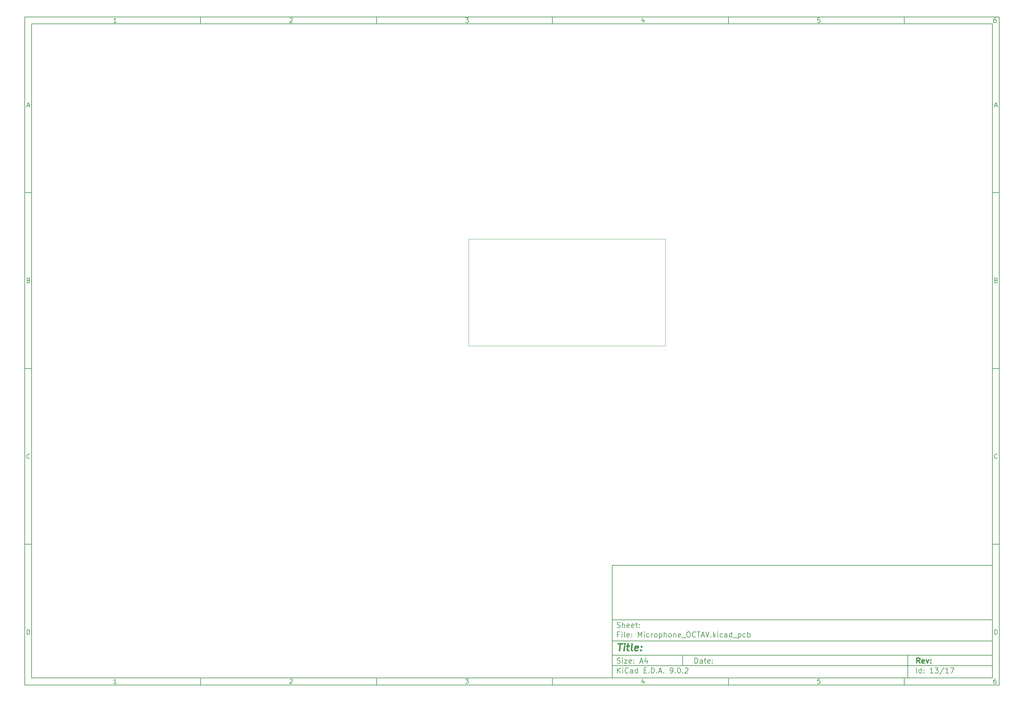
<source format=gbr>
%TF.GenerationSoftware,KiCad,Pcbnew,9.0.2*%
%TF.CreationDate,2025-08-29T05:40:04+02:00*%
%TF.ProjectId,Microphone_OCTAV,4d696372-6f70-4686-9f6e-655f4f435441,rev?*%
%TF.SameCoordinates,Original*%
%TF.FileFunction,Profile,NP*%
%FSLAX46Y46*%
G04 Gerber Fmt 4.6, Leading zero omitted, Abs format (unit mm)*
G04 Created by KiCad (PCBNEW 9.0.2) date 2025-08-29 05:40:04*
%MOMM*%
%LPD*%
G01*
G04 APERTURE LIST*
%ADD10C,0.100000*%
%ADD11C,0.150000*%
%ADD12C,0.300000*%
%ADD13C,0.400000*%
%TA.AperFunction,Profile*%
%ADD14C,0.100000*%
%TD*%
G04 APERTURE END LIST*
D10*
D11*
X177002200Y-166007200D02*
X285002200Y-166007200D01*
X285002200Y-198007200D01*
X177002200Y-198007200D01*
X177002200Y-166007200D01*
D10*
D11*
X10000000Y-10000000D02*
X287002200Y-10000000D01*
X287002200Y-200007200D01*
X10000000Y-200007200D01*
X10000000Y-10000000D01*
D10*
D11*
X12000000Y-12000000D02*
X285002200Y-12000000D01*
X285002200Y-198007200D01*
X12000000Y-198007200D01*
X12000000Y-12000000D01*
D10*
D11*
X60000000Y-12000000D02*
X60000000Y-10000000D01*
D10*
D11*
X110000000Y-12000000D02*
X110000000Y-10000000D01*
D10*
D11*
X160000000Y-12000000D02*
X160000000Y-10000000D01*
D10*
D11*
X210000000Y-12000000D02*
X210000000Y-10000000D01*
D10*
D11*
X260000000Y-12000000D02*
X260000000Y-10000000D01*
D10*
D11*
X36089160Y-11593604D02*
X35346303Y-11593604D01*
X35717731Y-11593604D02*
X35717731Y-10293604D01*
X35717731Y-10293604D02*
X35593922Y-10479319D01*
X35593922Y-10479319D02*
X35470112Y-10603128D01*
X35470112Y-10603128D02*
X35346303Y-10665033D01*
D10*
D11*
X85346303Y-10417414D02*
X85408207Y-10355509D01*
X85408207Y-10355509D02*
X85532017Y-10293604D01*
X85532017Y-10293604D02*
X85841541Y-10293604D01*
X85841541Y-10293604D02*
X85965350Y-10355509D01*
X85965350Y-10355509D02*
X86027255Y-10417414D01*
X86027255Y-10417414D02*
X86089160Y-10541223D01*
X86089160Y-10541223D02*
X86089160Y-10665033D01*
X86089160Y-10665033D02*
X86027255Y-10850747D01*
X86027255Y-10850747D02*
X85284398Y-11593604D01*
X85284398Y-11593604D02*
X86089160Y-11593604D01*
D10*
D11*
X135284398Y-10293604D02*
X136089160Y-10293604D01*
X136089160Y-10293604D02*
X135655826Y-10788842D01*
X135655826Y-10788842D02*
X135841541Y-10788842D01*
X135841541Y-10788842D02*
X135965350Y-10850747D01*
X135965350Y-10850747D02*
X136027255Y-10912652D01*
X136027255Y-10912652D02*
X136089160Y-11036461D01*
X136089160Y-11036461D02*
X136089160Y-11345985D01*
X136089160Y-11345985D02*
X136027255Y-11469795D01*
X136027255Y-11469795D02*
X135965350Y-11531700D01*
X135965350Y-11531700D02*
X135841541Y-11593604D01*
X135841541Y-11593604D02*
X135470112Y-11593604D01*
X135470112Y-11593604D02*
X135346303Y-11531700D01*
X135346303Y-11531700D02*
X135284398Y-11469795D01*
D10*
D11*
X185965350Y-10726938D02*
X185965350Y-11593604D01*
X185655826Y-10231700D02*
X185346303Y-11160271D01*
X185346303Y-11160271D02*
X186151064Y-11160271D01*
D10*
D11*
X236027255Y-10293604D02*
X235408207Y-10293604D01*
X235408207Y-10293604D02*
X235346303Y-10912652D01*
X235346303Y-10912652D02*
X235408207Y-10850747D01*
X235408207Y-10850747D02*
X235532017Y-10788842D01*
X235532017Y-10788842D02*
X235841541Y-10788842D01*
X235841541Y-10788842D02*
X235965350Y-10850747D01*
X235965350Y-10850747D02*
X236027255Y-10912652D01*
X236027255Y-10912652D02*
X236089160Y-11036461D01*
X236089160Y-11036461D02*
X236089160Y-11345985D01*
X236089160Y-11345985D02*
X236027255Y-11469795D01*
X236027255Y-11469795D02*
X235965350Y-11531700D01*
X235965350Y-11531700D02*
X235841541Y-11593604D01*
X235841541Y-11593604D02*
X235532017Y-11593604D01*
X235532017Y-11593604D02*
X235408207Y-11531700D01*
X235408207Y-11531700D02*
X235346303Y-11469795D01*
D10*
D11*
X285965350Y-10293604D02*
X285717731Y-10293604D01*
X285717731Y-10293604D02*
X285593922Y-10355509D01*
X285593922Y-10355509D02*
X285532017Y-10417414D01*
X285532017Y-10417414D02*
X285408207Y-10603128D01*
X285408207Y-10603128D02*
X285346303Y-10850747D01*
X285346303Y-10850747D02*
X285346303Y-11345985D01*
X285346303Y-11345985D02*
X285408207Y-11469795D01*
X285408207Y-11469795D02*
X285470112Y-11531700D01*
X285470112Y-11531700D02*
X285593922Y-11593604D01*
X285593922Y-11593604D02*
X285841541Y-11593604D01*
X285841541Y-11593604D02*
X285965350Y-11531700D01*
X285965350Y-11531700D02*
X286027255Y-11469795D01*
X286027255Y-11469795D02*
X286089160Y-11345985D01*
X286089160Y-11345985D02*
X286089160Y-11036461D01*
X286089160Y-11036461D02*
X286027255Y-10912652D01*
X286027255Y-10912652D02*
X285965350Y-10850747D01*
X285965350Y-10850747D02*
X285841541Y-10788842D01*
X285841541Y-10788842D02*
X285593922Y-10788842D01*
X285593922Y-10788842D02*
X285470112Y-10850747D01*
X285470112Y-10850747D02*
X285408207Y-10912652D01*
X285408207Y-10912652D02*
X285346303Y-11036461D01*
D10*
D11*
X60000000Y-198007200D02*
X60000000Y-200007200D01*
D10*
D11*
X110000000Y-198007200D02*
X110000000Y-200007200D01*
D10*
D11*
X160000000Y-198007200D02*
X160000000Y-200007200D01*
D10*
D11*
X210000000Y-198007200D02*
X210000000Y-200007200D01*
D10*
D11*
X260000000Y-198007200D02*
X260000000Y-200007200D01*
D10*
D11*
X36089160Y-199600804D02*
X35346303Y-199600804D01*
X35717731Y-199600804D02*
X35717731Y-198300804D01*
X35717731Y-198300804D02*
X35593922Y-198486519D01*
X35593922Y-198486519D02*
X35470112Y-198610328D01*
X35470112Y-198610328D02*
X35346303Y-198672233D01*
D10*
D11*
X85346303Y-198424614D02*
X85408207Y-198362709D01*
X85408207Y-198362709D02*
X85532017Y-198300804D01*
X85532017Y-198300804D02*
X85841541Y-198300804D01*
X85841541Y-198300804D02*
X85965350Y-198362709D01*
X85965350Y-198362709D02*
X86027255Y-198424614D01*
X86027255Y-198424614D02*
X86089160Y-198548423D01*
X86089160Y-198548423D02*
X86089160Y-198672233D01*
X86089160Y-198672233D02*
X86027255Y-198857947D01*
X86027255Y-198857947D02*
X85284398Y-199600804D01*
X85284398Y-199600804D02*
X86089160Y-199600804D01*
D10*
D11*
X135284398Y-198300804D02*
X136089160Y-198300804D01*
X136089160Y-198300804D02*
X135655826Y-198796042D01*
X135655826Y-198796042D02*
X135841541Y-198796042D01*
X135841541Y-198796042D02*
X135965350Y-198857947D01*
X135965350Y-198857947D02*
X136027255Y-198919852D01*
X136027255Y-198919852D02*
X136089160Y-199043661D01*
X136089160Y-199043661D02*
X136089160Y-199353185D01*
X136089160Y-199353185D02*
X136027255Y-199476995D01*
X136027255Y-199476995D02*
X135965350Y-199538900D01*
X135965350Y-199538900D02*
X135841541Y-199600804D01*
X135841541Y-199600804D02*
X135470112Y-199600804D01*
X135470112Y-199600804D02*
X135346303Y-199538900D01*
X135346303Y-199538900D02*
X135284398Y-199476995D01*
D10*
D11*
X185965350Y-198734138D02*
X185965350Y-199600804D01*
X185655826Y-198238900D02*
X185346303Y-199167471D01*
X185346303Y-199167471D02*
X186151064Y-199167471D01*
D10*
D11*
X236027255Y-198300804D02*
X235408207Y-198300804D01*
X235408207Y-198300804D02*
X235346303Y-198919852D01*
X235346303Y-198919852D02*
X235408207Y-198857947D01*
X235408207Y-198857947D02*
X235532017Y-198796042D01*
X235532017Y-198796042D02*
X235841541Y-198796042D01*
X235841541Y-198796042D02*
X235965350Y-198857947D01*
X235965350Y-198857947D02*
X236027255Y-198919852D01*
X236027255Y-198919852D02*
X236089160Y-199043661D01*
X236089160Y-199043661D02*
X236089160Y-199353185D01*
X236089160Y-199353185D02*
X236027255Y-199476995D01*
X236027255Y-199476995D02*
X235965350Y-199538900D01*
X235965350Y-199538900D02*
X235841541Y-199600804D01*
X235841541Y-199600804D02*
X235532017Y-199600804D01*
X235532017Y-199600804D02*
X235408207Y-199538900D01*
X235408207Y-199538900D02*
X235346303Y-199476995D01*
D10*
D11*
X285965350Y-198300804D02*
X285717731Y-198300804D01*
X285717731Y-198300804D02*
X285593922Y-198362709D01*
X285593922Y-198362709D02*
X285532017Y-198424614D01*
X285532017Y-198424614D02*
X285408207Y-198610328D01*
X285408207Y-198610328D02*
X285346303Y-198857947D01*
X285346303Y-198857947D02*
X285346303Y-199353185D01*
X285346303Y-199353185D02*
X285408207Y-199476995D01*
X285408207Y-199476995D02*
X285470112Y-199538900D01*
X285470112Y-199538900D02*
X285593922Y-199600804D01*
X285593922Y-199600804D02*
X285841541Y-199600804D01*
X285841541Y-199600804D02*
X285965350Y-199538900D01*
X285965350Y-199538900D02*
X286027255Y-199476995D01*
X286027255Y-199476995D02*
X286089160Y-199353185D01*
X286089160Y-199353185D02*
X286089160Y-199043661D01*
X286089160Y-199043661D02*
X286027255Y-198919852D01*
X286027255Y-198919852D02*
X285965350Y-198857947D01*
X285965350Y-198857947D02*
X285841541Y-198796042D01*
X285841541Y-198796042D02*
X285593922Y-198796042D01*
X285593922Y-198796042D02*
X285470112Y-198857947D01*
X285470112Y-198857947D02*
X285408207Y-198919852D01*
X285408207Y-198919852D02*
X285346303Y-199043661D01*
D10*
D11*
X10000000Y-60000000D02*
X12000000Y-60000000D01*
D10*
D11*
X10000000Y-110000000D02*
X12000000Y-110000000D01*
D10*
D11*
X10000000Y-160000000D02*
X12000000Y-160000000D01*
D10*
D11*
X10690476Y-35222176D02*
X11309523Y-35222176D01*
X10566666Y-35593604D02*
X10999999Y-34293604D01*
X10999999Y-34293604D02*
X11433333Y-35593604D01*
D10*
D11*
X11092857Y-84912652D02*
X11278571Y-84974557D01*
X11278571Y-84974557D02*
X11340476Y-85036461D01*
X11340476Y-85036461D02*
X11402380Y-85160271D01*
X11402380Y-85160271D02*
X11402380Y-85345985D01*
X11402380Y-85345985D02*
X11340476Y-85469795D01*
X11340476Y-85469795D02*
X11278571Y-85531700D01*
X11278571Y-85531700D02*
X11154761Y-85593604D01*
X11154761Y-85593604D02*
X10659523Y-85593604D01*
X10659523Y-85593604D02*
X10659523Y-84293604D01*
X10659523Y-84293604D02*
X11092857Y-84293604D01*
X11092857Y-84293604D02*
X11216666Y-84355509D01*
X11216666Y-84355509D02*
X11278571Y-84417414D01*
X11278571Y-84417414D02*
X11340476Y-84541223D01*
X11340476Y-84541223D02*
X11340476Y-84665033D01*
X11340476Y-84665033D02*
X11278571Y-84788842D01*
X11278571Y-84788842D02*
X11216666Y-84850747D01*
X11216666Y-84850747D02*
X11092857Y-84912652D01*
X11092857Y-84912652D02*
X10659523Y-84912652D01*
D10*
D11*
X11402380Y-135469795D02*
X11340476Y-135531700D01*
X11340476Y-135531700D02*
X11154761Y-135593604D01*
X11154761Y-135593604D02*
X11030952Y-135593604D01*
X11030952Y-135593604D02*
X10845238Y-135531700D01*
X10845238Y-135531700D02*
X10721428Y-135407890D01*
X10721428Y-135407890D02*
X10659523Y-135284080D01*
X10659523Y-135284080D02*
X10597619Y-135036461D01*
X10597619Y-135036461D02*
X10597619Y-134850747D01*
X10597619Y-134850747D02*
X10659523Y-134603128D01*
X10659523Y-134603128D02*
X10721428Y-134479319D01*
X10721428Y-134479319D02*
X10845238Y-134355509D01*
X10845238Y-134355509D02*
X11030952Y-134293604D01*
X11030952Y-134293604D02*
X11154761Y-134293604D01*
X11154761Y-134293604D02*
X11340476Y-134355509D01*
X11340476Y-134355509D02*
X11402380Y-134417414D01*
D10*
D11*
X10659523Y-185593604D02*
X10659523Y-184293604D01*
X10659523Y-184293604D02*
X10969047Y-184293604D01*
X10969047Y-184293604D02*
X11154761Y-184355509D01*
X11154761Y-184355509D02*
X11278571Y-184479319D01*
X11278571Y-184479319D02*
X11340476Y-184603128D01*
X11340476Y-184603128D02*
X11402380Y-184850747D01*
X11402380Y-184850747D02*
X11402380Y-185036461D01*
X11402380Y-185036461D02*
X11340476Y-185284080D01*
X11340476Y-185284080D02*
X11278571Y-185407890D01*
X11278571Y-185407890D02*
X11154761Y-185531700D01*
X11154761Y-185531700D02*
X10969047Y-185593604D01*
X10969047Y-185593604D02*
X10659523Y-185593604D01*
D10*
D11*
X287002200Y-60000000D02*
X285002200Y-60000000D01*
D10*
D11*
X287002200Y-110000000D02*
X285002200Y-110000000D01*
D10*
D11*
X287002200Y-160000000D02*
X285002200Y-160000000D01*
D10*
D11*
X285692676Y-35222176D02*
X286311723Y-35222176D01*
X285568866Y-35593604D02*
X286002199Y-34293604D01*
X286002199Y-34293604D02*
X286435533Y-35593604D01*
D10*
D11*
X286095057Y-84912652D02*
X286280771Y-84974557D01*
X286280771Y-84974557D02*
X286342676Y-85036461D01*
X286342676Y-85036461D02*
X286404580Y-85160271D01*
X286404580Y-85160271D02*
X286404580Y-85345985D01*
X286404580Y-85345985D02*
X286342676Y-85469795D01*
X286342676Y-85469795D02*
X286280771Y-85531700D01*
X286280771Y-85531700D02*
X286156961Y-85593604D01*
X286156961Y-85593604D02*
X285661723Y-85593604D01*
X285661723Y-85593604D02*
X285661723Y-84293604D01*
X285661723Y-84293604D02*
X286095057Y-84293604D01*
X286095057Y-84293604D02*
X286218866Y-84355509D01*
X286218866Y-84355509D02*
X286280771Y-84417414D01*
X286280771Y-84417414D02*
X286342676Y-84541223D01*
X286342676Y-84541223D02*
X286342676Y-84665033D01*
X286342676Y-84665033D02*
X286280771Y-84788842D01*
X286280771Y-84788842D02*
X286218866Y-84850747D01*
X286218866Y-84850747D02*
X286095057Y-84912652D01*
X286095057Y-84912652D02*
X285661723Y-84912652D01*
D10*
D11*
X286404580Y-135469795D02*
X286342676Y-135531700D01*
X286342676Y-135531700D02*
X286156961Y-135593604D01*
X286156961Y-135593604D02*
X286033152Y-135593604D01*
X286033152Y-135593604D02*
X285847438Y-135531700D01*
X285847438Y-135531700D02*
X285723628Y-135407890D01*
X285723628Y-135407890D02*
X285661723Y-135284080D01*
X285661723Y-135284080D02*
X285599819Y-135036461D01*
X285599819Y-135036461D02*
X285599819Y-134850747D01*
X285599819Y-134850747D02*
X285661723Y-134603128D01*
X285661723Y-134603128D02*
X285723628Y-134479319D01*
X285723628Y-134479319D02*
X285847438Y-134355509D01*
X285847438Y-134355509D02*
X286033152Y-134293604D01*
X286033152Y-134293604D02*
X286156961Y-134293604D01*
X286156961Y-134293604D02*
X286342676Y-134355509D01*
X286342676Y-134355509D02*
X286404580Y-134417414D01*
D10*
D11*
X285661723Y-185593604D02*
X285661723Y-184293604D01*
X285661723Y-184293604D02*
X285971247Y-184293604D01*
X285971247Y-184293604D02*
X286156961Y-184355509D01*
X286156961Y-184355509D02*
X286280771Y-184479319D01*
X286280771Y-184479319D02*
X286342676Y-184603128D01*
X286342676Y-184603128D02*
X286404580Y-184850747D01*
X286404580Y-184850747D02*
X286404580Y-185036461D01*
X286404580Y-185036461D02*
X286342676Y-185284080D01*
X286342676Y-185284080D02*
X286280771Y-185407890D01*
X286280771Y-185407890D02*
X286156961Y-185531700D01*
X286156961Y-185531700D02*
X285971247Y-185593604D01*
X285971247Y-185593604D02*
X285661723Y-185593604D01*
D10*
D11*
X200458026Y-193793328D02*
X200458026Y-192293328D01*
X200458026Y-192293328D02*
X200815169Y-192293328D01*
X200815169Y-192293328D02*
X201029455Y-192364757D01*
X201029455Y-192364757D02*
X201172312Y-192507614D01*
X201172312Y-192507614D02*
X201243741Y-192650471D01*
X201243741Y-192650471D02*
X201315169Y-192936185D01*
X201315169Y-192936185D02*
X201315169Y-193150471D01*
X201315169Y-193150471D02*
X201243741Y-193436185D01*
X201243741Y-193436185D02*
X201172312Y-193579042D01*
X201172312Y-193579042D02*
X201029455Y-193721900D01*
X201029455Y-193721900D02*
X200815169Y-193793328D01*
X200815169Y-193793328D02*
X200458026Y-193793328D01*
X202600884Y-193793328D02*
X202600884Y-193007614D01*
X202600884Y-193007614D02*
X202529455Y-192864757D01*
X202529455Y-192864757D02*
X202386598Y-192793328D01*
X202386598Y-192793328D02*
X202100884Y-192793328D01*
X202100884Y-192793328D02*
X201958026Y-192864757D01*
X202600884Y-193721900D02*
X202458026Y-193793328D01*
X202458026Y-193793328D02*
X202100884Y-193793328D01*
X202100884Y-193793328D02*
X201958026Y-193721900D01*
X201958026Y-193721900D02*
X201886598Y-193579042D01*
X201886598Y-193579042D02*
X201886598Y-193436185D01*
X201886598Y-193436185D02*
X201958026Y-193293328D01*
X201958026Y-193293328D02*
X202100884Y-193221900D01*
X202100884Y-193221900D02*
X202458026Y-193221900D01*
X202458026Y-193221900D02*
X202600884Y-193150471D01*
X203100884Y-192793328D02*
X203672312Y-192793328D01*
X203315169Y-192293328D02*
X203315169Y-193579042D01*
X203315169Y-193579042D02*
X203386598Y-193721900D01*
X203386598Y-193721900D02*
X203529455Y-193793328D01*
X203529455Y-193793328D02*
X203672312Y-193793328D01*
X204743741Y-193721900D02*
X204600884Y-193793328D01*
X204600884Y-193793328D02*
X204315170Y-193793328D01*
X204315170Y-193793328D02*
X204172312Y-193721900D01*
X204172312Y-193721900D02*
X204100884Y-193579042D01*
X204100884Y-193579042D02*
X204100884Y-193007614D01*
X204100884Y-193007614D02*
X204172312Y-192864757D01*
X204172312Y-192864757D02*
X204315170Y-192793328D01*
X204315170Y-192793328D02*
X204600884Y-192793328D01*
X204600884Y-192793328D02*
X204743741Y-192864757D01*
X204743741Y-192864757D02*
X204815170Y-193007614D01*
X204815170Y-193007614D02*
X204815170Y-193150471D01*
X204815170Y-193150471D02*
X204100884Y-193293328D01*
X205458026Y-193650471D02*
X205529455Y-193721900D01*
X205529455Y-193721900D02*
X205458026Y-193793328D01*
X205458026Y-193793328D02*
X205386598Y-193721900D01*
X205386598Y-193721900D02*
X205458026Y-193650471D01*
X205458026Y-193650471D02*
X205458026Y-193793328D01*
X205458026Y-192864757D02*
X205529455Y-192936185D01*
X205529455Y-192936185D02*
X205458026Y-193007614D01*
X205458026Y-193007614D02*
X205386598Y-192936185D01*
X205386598Y-192936185D02*
X205458026Y-192864757D01*
X205458026Y-192864757D02*
X205458026Y-193007614D01*
D10*
D11*
X177002200Y-194507200D02*
X285002200Y-194507200D01*
D10*
D11*
X178458026Y-196593328D02*
X178458026Y-195093328D01*
X179315169Y-196593328D02*
X178672312Y-195736185D01*
X179315169Y-195093328D02*
X178458026Y-195950471D01*
X179958026Y-196593328D02*
X179958026Y-195593328D01*
X179958026Y-195093328D02*
X179886598Y-195164757D01*
X179886598Y-195164757D02*
X179958026Y-195236185D01*
X179958026Y-195236185D02*
X180029455Y-195164757D01*
X180029455Y-195164757D02*
X179958026Y-195093328D01*
X179958026Y-195093328D02*
X179958026Y-195236185D01*
X181529455Y-196450471D02*
X181458027Y-196521900D01*
X181458027Y-196521900D02*
X181243741Y-196593328D01*
X181243741Y-196593328D02*
X181100884Y-196593328D01*
X181100884Y-196593328D02*
X180886598Y-196521900D01*
X180886598Y-196521900D02*
X180743741Y-196379042D01*
X180743741Y-196379042D02*
X180672312Y-196236185D01*
X180672312Y-196236185D02*
X180600884Y-195950471D01*
X180600884Y-195950471D02*
X180600884Y-195736185D01*
X180600884Y-195736185D02*
X180672312Y-195450471D01*
X180672312Y-195450471D02*
X180743741Y-195307614D01*
X180743741Y-195307614D02*
X180886598Y-195164757D01*
X180886598Y-195164757D02*
X181100884Y-195093328D01*
X181100884Y-195093328D02*
X181243741Y-195093328D01*
X181243741Y-195093328D02*
X181458027Y-195164757D01*
X181458027Y-195164757D02*
X181529455Y-195236185D01*
X182815170Y-196593328D02*
X182815170Y-195807614D01*
X182815170Y-195807614D02*
X182743741Y-195664757D01*
X182743741Y-195664757D02*
X182600884Y-195593328D01*
X182600884Y-195593328D02*
X182315170Y-195593328D01*
X182315170Y-195593328D02*
X182172312Y-195664757D01*
X182815170Y-196521900D02*
X182672312Y-196593328D01*
X182672312Y-196593328D02*
X182315170Y-196593328D01*
X182315170Y-196593328D02*
X182172312Y-196521900D01*
X182172312Y-196521900D02*
X182100884Y-196379042D01*
X182100884Y-196379042D02*
X182100884Y-196236185D01*
X182100884Y-196236185D02*
X182172312Y-196093328D01*
X182172312Y-196093328D02*
X182315170Y-196021900D01*
X182315170Y-196021900D02*
X182672312Y-196021900D01*
X182672312Y-196021900D02*
X182815170Y-195950471D01*
X184172313Y-196593328D02*
X184172313Y-195093328D01*
X184172313Y-196521900D02*
X184029455Y-196593328D01*
X184029455Y-196593328D02*
X183743741Y-196593328D01*
X183743741Y-196593328D02*
X183600884Y-196521900D01*
X183600884Y-196521900D02*
X183529455Y-196450471D01*
X183529455Y-196450471D02*
X183458027Y-196307614D01*
X183458027Y-196307614D02*
X183458027Y-195879042D01*
X183458027Y-195879042D02*
X183529455Y-195736185D01*
X183529455Y-195736185D02*
X183600884Y-195664757D01*
X183600884Y-195664757D02*
X183743741Y-195593328D01*
X183743741Y-195593328D02*
X184029455Y-195593328D01*
X184029455Y-195593328D02*
X184172313Y-195664757D01*
X186029455Y-195807614D02*
X186529455Y-195807614D01*
X186743741Y-196593328D02*
X186029455Y-196593328D01*
X186029455Y-196593328D02*
X186029455Y-195093328D01*
X186029455Y-195093328D02*
X186743741Y-195093328D01*
X187386598Y-196450471D02*
X187458027Y-196521900D01*
X187458027Y-196521900D02*
X187386598Y-196593328D01*
X187386598Y-196593328D02*
X187315170Y-196521900D01*
X187315170Y-196521900D02*
X187386598Y-196450471D01*
X187386598Y-196450471D02*
X187386598Y-196593328D01*
X188100884Y-196593328D02*
X188100884Y-195093328D01*
X188100884Y-195093328D02*
X188458027Y-195093328D01*
X188458027Y-195093328D02*
X188672313Y-195164757D01*
X188672313Y-195164757D02*
X188815170Y-195307614D01*
X188815170Y-195307614D02*
X188886599Y-195450471D01*
X188886599Y-195450471D02*
X188958027Y-195736185D01*
X188958027Y-195736185D02*
X188958027Y-195950471D01*
X188958027Y-195950471D02*
X188886599Y-196236185D01*
X188886599Y-196236185D02*
X188815170Y-196379042D01*
X188815170Y-196379042D02*
X188672313Y-196521900D01*
X188672313Y-196521900D02*
X188458027Y-196593328D01*
X188458027Y-196593328D02*
X188100884Y-196593328D01*
X189600884Y-196450471D02*
X189672313Y-196521900D01*
X189672313Y-196521900D02*
X189600884Y-196593328D01*
X189600884Y-196593328D02*
X189529456Y-196521900D01*
X189529456Y-196521900D02*
X189600884Y-196450471D01*
X189600884Y-196450471D02*
X189600884Y-196593328D01*
X190243742Y-196164757D02*
X190958028Y-196164757D01*
X190100885Y-196593328D02*
X190600885Y-195093328D01*
X190600885Y-195093328D02*
X191100885Y-196593328D01*
X191600884Y-196450471D02*
X191672313Y-196521900D01*
X191672313Y-196521900D02*
X191600884Y-196593328D01*
X191600884Y-196593328D02*
X191529456Y-196521900D01*
X191529456Y-196521900D02*
X191600884Y-196450471D01*
X191600884Y-196450471D02*
X191600884Y-196593328D01*
X193529456Y-196593328D02*
X193815170Y-196593328D01*
X193815170Y-196593328D02*
X193958027Y-196521900D01*
X193958027Y-196521900D02*
X194029456Y-196450471D01*
X194029456Y-196450471D02*
X194172313Y-196236185D01*
X194172313Y-196236185D02*
X194243742Y-195950471D01*
X194243742Y-195950471D02*
X194243742Y-195379042D01*
X194243742Y-195379042D02*
X194172313Y-195236185D01*
X194172313Y-195236185D02*
X194100885Y-195164757D01*
X194100885Y-195164757D02*
X193958027Y-195093328D01*
X193958027Y-195093328D02*
X193672313Y-195093328D01*
X193672313Y-195093328D02*
X193529456Y-195164757D01*
X193529456Y-195164757D02*
X193458027Y-195236185D01*
X193458027Y-195236185D02*
X193386599Y-195379042D01*
X193386599Y-195379042D02*
X193386599Y-195736185D01*
X193386599Y-195736185D02*
X193458027Y-195879042D01*
X193458027Y-195879042D02*
X193529456Y-195950471D01*
X193529456Y-195950471D02*
X193672313Y-196021900D01*
X193672313Y-196021900D02*
X193958027Y-196021900D01*
X193958027Y-196021900D02*
X194100885Y-195950471D01*
X194100885Y-195950471D02*
X194172313Y-195879042D01*
X194172313Y-195879042D02*
X194243742Y-195736185D01*
X194886598Y-196450471D02*
X194958027Y-196521900D01*
X194958027Y-196521900D02*
X194886598Y-196593328D01*
X194886598Y-196593328D02*
X194815170Y-196521900D01*
X194815170Y-196521900D02*
X194886598Y-196450471D01*
X194886598Y-196450471D02*
X194886598Y-196593328D01*
X195886599Y-195093328D02*
X196029456Y-195093328D01*
X196029456Y-195093328D02*
X196172313Y-195164757D01*
X196172313Y-195164757D02*
X196243742Y-195236185D01*
X196243742Y-195236185D02*
X196315170Y-195379042D01*
X196315170Y-195379042D02*
X196386599Y-195664757D01*
X196386599Y-195664757D02*
X196386599Y-196021900D01*
X196386599Y-196021900D02*
X196315170Y-196307614D01*
X196315170Y-196307614D02*
X196243742Y-196450471D01*
X196243742Y-196450471D02*
X196172313Y-196521900D01*
X196172313Y-196521900D02*
X196029456Y-196593328D01*
X196029456Y-196593328D02*
X195886599Y-196593328D01*
X195886599Y-196593328D02*
X195743742Y-196521900D01*
X195743742Y-196521900D02*
X195672313Y-196450471D01*
X195672313Y-196450471D02*
X195600884Y-196307614D01*
X195600884Y-196307614D02*
X195529456Y-196021900D01*
X195529456Y-196021900D02*
X195529456Y-195664757D01*
X195529456Y-195664757D02*
X195600884Y-195379042D01*
X195600884Y-195379042D02*
X195672313Y-195236185D01*
X195672313Y-195236185D02*
X195743742Y-195164757D01*
X195743742Y-195164757D02*
X195886599Y-195093328D01*
X197029455Y-196450471D02*
X197100884Y-196521900D01*
X197100884Y-196521900D02*
X197029455Y-196593328D01*
X197029455Y-196593328D02*
X196958027Y-196521900D01*
X196958027Y-196521900D02*
X197029455Y-196450471D01*
X197029455Y-196450471D02*
X197029455Y-196593328D01*
X197672313Y-195236185D02*
X197743741Y-195164757D01*
X197743741Y-195164757D02*
X197886599Y-195093328D01*
X197886599Y-195093328D02*
X198243741Y-195093328D01*
X198243741Y-195093328D02*
X198386599Y-195164757D01*
X198386599Y-195164757D02*
X198458027Y-195236185D01*
X198458027Y-195236185D02*
X198529456Y-195379042D01*
X198529456Y-195379042D02*
X198529456Y-195521900D01*
X198529456Y-195521900D02*
X198458027Y-195736185D01*
X198458027Y-195736185D02*
X197600884Y-196593328D01*
X197600884Y-196593328D02*
X198529456Y-196593328D01*
D10*
D11*
X177002200Y-191507200D02*
X285002200Y-191507200D01*
D10*
D12*
X264413853Y-193785528D02*
X263913853Y-193071242D01*
X263556710Y-193785528D02*
X263556710Y-192285528D01*
X263556710Y-192285528D02*
X264128139Y-192285528D01*
X264128139Y-192285528D02*
X264270996Y-192356957D01*
X264270996Y-192356957D02*
X264342425Y-192428385D01*
X264342425Y-192428385D02*
X264413853Y-192571242D01*
X264413853Y-192571242D02*
X264413853Y-192785528D01*
X264413853Y-192785528D02*
X264342425Y-192928385D01*
X264342425Y-192928385D02*
X264270996Y-192999814D01*
X264270996Y-192999814D02*
X264128139Y-193071242D01*
X264128139Y-193071242D02*
X263556710Y-193071242D01*
X265628139Y-193714100D02*
X265485282Y-193785528D01*
X265485282Y-193785528D02*
X265199568Y-193785528D01*
X265199568Y-193785528D02*
X265056710Y-193714100D01*
X265056710Y-193714100D02*
X264985282Y-193571242D01*
X264985282Y-193571242D02*
X264985282Y-192999814D01*
X264985282Y-192999814D02*
X265056710Y-192856957D01*
X265056710Y-192856957D02*
X265199568Y-192785528D01*
X265199568Y-192785528D02*
X265485282Y-192785528D01*
X265485282Y-192785528D02*
X265628139Y-192856957D01*
X265628139Y-192856957D02*
X265699568Y-192999814D01*
X265699568Y-192999814D02*
X265699568Y-193142671D01*
X265699568Y-193142671D02*
X264985282Y-193285528D01*
X266199567Y-192785528D02*
X266556710Y-193785528D01*
X266556710Y-193785528D02*
X266913853Y-192785528D01*
X267485281Y-193642671D02*
X267556710Y-193714100D01*
X267556710Y-193714100D02*
X267485281Y-193785528D01*
X267485281Y-193785528D02*
X267413853Y-193714100D01*
X267413853Y-193714100D02*
X267485281Y-193642671D01*
X267485281Y-193642671D02*
X267485281Y-193785528D01*
X267485281Y-192856957D02*
X267556710Y-192928385D01*
X267556710Y-192928385D02*
X267485281Y-192999814D01*
X267485281Y-192999814D02*
X267413853Y-192928385D01*
X267413853Y-192928385D02*
X267485281Y-192856957D01*
X267485281Y-192856957D02*
X267485281Y-192999814D01*
D10*
D11*
X178386598Y-193721900D02*
X178600884Y-193793328D01*
X178600884Y-193793328D02*
X178958026Y-193793328D01*
X178958026Y-193793328D02*
X179100884Y-193721900D01*
X179100884Y-193721900D02*
X179172312Y-193650471D01*
X179172312Y-193650471D02*
X179243741Y-193507614D01*
X179243741Y-193507614D02*
X179243741Y-193364757D01*
X179243741Y-193364757D02*
X179172312Y-193221900D01*
X179172312Y-193221900D02*
X179100884Y-193150471D01*
X179100884Y-193150471D02*
X178958026Y-193079042D01*
X178958026Y-193079042D02*
X178672312Y-193007614D01*
X178672312Y-193007614D02*
X178529455Y-192936185D01*
X178529455Y-192936185D02*
X178458026Y-192864757D01*
X178458026Y-192864757D02*
X178386598Y-192721900D01*
X178386598Y-192721900D02*
X178386598Y-192579042D01*
X178386598Y-192579042D02*
X178458026Y-192436185D01*
X178458026Y-192436185D02*
X178529455Y-192364757D01*
X178529455Y-192364757D02*
X178672312Y-192293328D01*
X178672312Y-192293328D02*
X179029455Y-192293328D01*
X179029455Y-192293328D02*
X179243741Y-192364757D01*
X179886597Y-193793328D02*
X179886597Y-192793328D01*
X179886597Y-192293328D02*
X179815169Y-192364757D01*
X179815169Y-192364757D02*
X179886597Y-192436185D01*
X179886597Y-192436185D02*
X179958026Y-192364757D01*
X179958026Y-192364757D02*
X179886597Y-192293328D01*
X179886597Y-192293328D02*
X179886597Y-192436185D01*
X180458026Y-192793328D02*
X181243741Y-192793328D01*
X181243741Y-192793328D02*
X180458026Y-193793328D01*
X180458026Y-193793328D02*
X181243741Y-193793328D01*
X182386598Y-193721900D02*
X182243741Y-193793328D01*
X182243741Y-193793328D02*
X181958027Y-193793328D01*
X181958027Y-193793328D02*
X181815169Y-193721900D01*
X181815169Y-193721900D02*
X181743741Y-193579042D01*
X181743741Y-193579042D02*
X181743741Y-193007614D01*
X181743741Y-193007614D02*
X181815169Y-192864757D01*
X181815169Y-192864757D02*
X181958027Y-192793328D01*
X181958027Y-192793328D02*
X182243741Y-192793328D01*
X182243741Y-192793328D02*
X182386598Y-192864757D01*
X182386598Y-192864757D02*
X182458027Y-193007614D01*
X182458027Y-193007614D02*
X182458027Y-193150471D01*
X182458027Y-193150471D02*
X181743741Y-193293328D01*
X183100883Y-193650471D02*
X183172312Y-193721900D01*
X183172312Y-193721900D02*
X183100883Y-193793328D01*
X183100883Y-193793328D02*
X183029455Y-193721900D01*
X183029455Y-193721900D02*
X183100883Y-193650471D01*
X183100883Y-193650471D02*
X183100883Y-193793328D01*
X183100883Y-192864757D02*
X183172312Y-192936185D01*
X183172312Y-192936185D02*
X183100883Y-193007614D01*
X183100883Y-193007614D02*
X183029455Y-192936185D01*
X183029455Y-192936185D02*
X183100883Y-192864757D01*
X183100883Y-192864757D02*
X183100883Y-193007614D01*
X184886598Y-193364757D02*
X185600884Y-193364757D01*
X184743741Y-193793328D02*
X185243741Y-192293328D01*
X185243741Y-192293328D02*
X185743741Y-193793328D01*
X186886598Y-192793328D02*
X186886598Y-193793328D01*
X186529455Y-192221900D02*
X186172312Y-193293328D01*
X186172312Y-193293328D02*
X187100883Y-193293328D01*
D10*
D11*
X263458026Y-196593328D02*
X263458026Y-195093328D01*
X264815170Y-196593328D02*
X264815170Y-195093328D01*
X264815170Y-196521900D02*
X264672312Y-196593328D01*
X264672312Y-196593328D02*
X264386598Y-196593328D01*
X264386598Y-196593328D02*
X264243741Y-196521900D01*
X264243741Y-196521900D02*
X264172312Y-196450471D01*
X264172312Y-196450471D02*
X264100884Y-196307614D01*
X264100884Y-196307614D02*
X264100884Y-195879042D01*
X264100884Y-195879042D02*
X264172312Y-195736185D01*
X264172312Y-195736185D02*
X264243741Y-195664757D01*
X264243741Y-195664757D02*
X264386598Y-195593328D01*
X264386598Y-195593328D02*
X264672312Y-195593328D01*
X264672312Y-195593328D02*
X264815170Y-195664757D01*
X265529455Y-196450471D02*
X265600884Y-196521900D01*
X265600884Y-196521900D02*
X265529455Y-196593328D01*
X265529455Y-196593328D02*
X265458027Y-196521900D01*
X265458027Y-196521900D02*
X265529455Y-196450471D01*
X265529455Y-196450471D02*
X265529455Y-196593328D01*
X265529455Y-195664757D02*
X265600884Y-195736185D01*
X265600884Y-195736185D02*
X265529455Y-195807614D01*
X265529455Y-195807614D02*
X265458027Y-195736185D01*
X265458027Y-195736185D02*
X265529455Y-195664757D01*
X265529455Y-195664757D02*
X265529455Y-195807614D01*
X268172313Y-196593328D02*
X267315170Y-196593328D01*
X267743741Y-196593328D02*
X267743741Y-195093328D01*
X267743741Y-195093328D02*
X267600884Y-195307614D01*
X267600884Y-195307614D02*
X267458027Y-195450471D01*
X267458027Y-195450471D02*
X267315170Y-195521900D01*
X268672312Y-195093328D02*
X269600884Y-195093328D01*
X269600884Y-195093328D02*
X269100884Y-195664757D01*
X269100884Y-195664757D02*
X269315169Y-195664757D01*
X269315169Y-195664757D02*
X269458027Y-195736185D01*
X269458027Y-195736185D02*
X269529455Y-195807614D01*
X269529455Y-195807614D02*
X269600884Y-195950471D01*
X269600884Y-195950471D02*
X269600884Y-196307614D01*
X269600884Y-196307614D02*
X269529455Y-196450471D01*
X269529455Y-196450471D02*
X269458027Y-196521900D01*
X269458027Y-196521900D02*
X269315169Y-196593328D01*
X269315169Y-196593328D02*
X268886598Y-196593328D01*
X268886598Y-196593328D02*
X268743741Y-196521900D01*
X268743741Y-196521900D02*
X268672312Y-196450471D01*
X271315169Y-195021900D02*
X270029455Y-196950471D01*
X272600884Y-196593328D02*
X271743741Y-196593328D01*
X272172312Y-196593328D02*
X272172312Y-195093328D01*
X272172312Y-195093328D02*
X272029455Y-195307614D01*
X272029455Y-195307614D02*
X271886598Y-195450471D01*
X271886598Y-195450471D02*
X271743741Y-195521900D01*
X273100883Y-195093328D02*
X274100883Y-195093328D01*
X274100883Y-195093328D02*
X273458026Y-196593328D01*
D10*
D11*
X177002200Y-187507200D02*
X285002200Y-187507200D01*
D10*
D13*
X178693928Y-188211638D02*
X179836785Y-188211638D01*
X179015357Y-190211638D02*
X179265357Y-188211638D01*
X180253452Y-190211638D02*
X180420119Y-188878304D01*
X180503452Y-188211638D02*
X180396309Y-188306876D01*
X180396309Y-188306876D02*
X180479643Y-188402114D01*
X180479643Y-188402114D02*
X180586786Y-188306876D01*
X180586786Y-188306876D02*
X180503452Y-188211638D01*
X180503452Y-188211638D02*
X180479643Y-188402114D01*
X181086786Y-188878304D02*
X181848690Y-188878304D01*
X181455833Y-188211638D02*
X181241548Y-189925923D01*
X181241548Y-189925923D02*
X181312976Y-190116400D01*
X181312976Y-190116400D02*
X181491548Y-190211638D01*
X181491548Y-190211638D02*
X181682024Y-190211638D01*
X182634405Y-190211638D02*
X182455833Y-190116400D01*
X182455833Y-190116400D02*
X182384405Y-189925923D01*
X182384405Y-189925923D02*
X182598690Y-188211638D01*
X184170119Y-190116400D02*
X183967738Y-190211638D01*
X183967738Y-190211638D02*
X183586785Y-190211638D01*
X183586785Y-190211638D02*
X183408214Y-190116400D01*
X183408214Y-190116400D02*
X183336785Y-189925923D01*
X183336785Y-189925923D02*
X183432024Y-189164019D01*
X183432024Y-189164019D02*
X183551071Y-188973542D01*
X183551071Y-188973542D02*
X183753452Y-188878304D01*
X183753452Y-188878304D02*
X184134404Y-188878304D01*
X184134404Y-188878304D02*
X184312976Y-188973542D01*
X184312976Y-188973542D02*
X184384404Y-189164019D01*
X184384404Y-189164019D02*
X184360595Y-189354495D01*
X184360595Y-189354495D02*
X183384404Y-189544971D01*
X185134405Y-190021161D02*
X185217738Y-190116400D01*
X185217738Y-190116400D02*
X185110595Y-190211638D01*
X185110595Y-190211638D02*
X185027262Y-190116400D01*
X185027262Y-190116400D02*
X185134405Y-190021161D01*
X185134405Y-190021161D02*
X185110595Y-190211638D01*
X185265357Y-188973542D02*
X185348690Y-189068780D01*
X185348690Y-189068780D02*
X185241548Y-189164019D01*
X185241548Y-189164019D02*
X185158214Y-189068780D01*
X185158214Y-189068780D02*
X185265357Y-188973542D01*
X185265357Y-188973542D02*
X185241548Y-189164019D01*
D10*
D11*
X178958026Y-185607614D02*
X178458026Y-185607614D01*
X178458026Y-186393328D02*
X178458026Y-184893328D01*
X178458026Y-184893328D02*
X179172312Y-184893328D01*
X179743740Y-186393328D02*
X179743740Y-185393328D01*
X179743740Y-184893328D02*
X179672312Y-184964757D01*
X179672312Y-184964757D02*
X179743740Y-185036185D01*
X179743740Y-185036185D02*
X179815169Y-184964757D01*
X179815169Y-184964757D02*
X179743740Y-184893328D01*
X179743740Y-184893328D02*
X179743740Y-185036185D01*
X180672312Y-186393328D02*
X180529455Y-186321900D01*
X180529455Y-186321900D02*
X180458026Y-186179042D01*
X180458026Y-186179042D02*
X180458026Y-184893328D01*
X181815169Y-186321900D02*
X181672312Y-186393328D01*
X181672312Y-186393328D02*
X181386598Y-186393328D01*
X181386598Y-186393328D02*
X181243740Y-186321900D01*
X181243740Y-186321900D02*
X181172312Y-186179042D01*
X181172312Y-186179042D02*
X181172312Y-185607614D01*
X181172312Y-185607614D02*
X181243740Y-185464757D01*
X181243740Y-185464757D02*
X181386598Y-185393328D01*
X181386598Y-185393328D02*
X181672312Y-185393328D01*
X181672312Y-185393328D02*
X181815169Y-185464757D01*
X181815169Y-185464757D02*
X181886598Y-185607614D01*
X181886598Y-185607614D02*
X181886598Y-185750471D01*
X181886598Y-185750471D02*
X181172312Y-185893328D01*
X182529454Y-186250471D02*
X182600883Y-186321900D01*
X182600883Y-186321900D02*
X182529454Y-186393328D01*
X182529454Y-186393328D02*
X182458026Y-186321900D01*
X182458026Y-186321900D02*
X182529454Y-186250471D01*
X182529454Y-186250471D02*
X182529454Y-186393328D01*
X182529454Y-185464757D02*
X182600883Y-185536185D01*
X182600883Y-185536185D02*
X182529454Y-185607614D01*
X182529454Y-185607614D02*
X182458026Y-185536185D01*
X182458026Y-185536185D02*
X182529454Y-185464757D01*
X182529454Y-185464757D02*
X182529454Y-185607614D01*
X184386597Y-186393328D02*
X184386597Y-184893328D01*
X184386597Y-184893328D02*
X184886597Y-185964757D01*
X184886597Y-185964757D02*
X185386597Y-184893328D01*
X185386597Y-184893328D02*
X185386597Y-186393328D01*
X186100883Y-186393328D02*
X186100883Y-185393328D01*
X186100883Y-184893328D02*
X186029455Y-184964757D01*
X186029455Y-184964757D02*
X186100883Y-185036185D01*
X186100883Y-185036185D02*
X186172312Y-184964757D01*
X186172312Y-184964757D02*
X186100883Y-184893328D01*
X186100883Y-184893328D02*
X186100883Y-185036185D01*
X187458027Y-186321900D02*
X187315169Y-186393328D01*
X187315169Y-186393328D02*
X187029455Y-186393328D01*
X187029455Y-186393328D02*
X186886598Y-186321900D01*
X186886598Y-186321900D02*
X186815169Y-186250471D01*
X186815169Y-186250471D02*
X186743741Y-186107614D01*
X186743741Y-186107614D02*
X186743741Y-185679042D01*
X186743741Y-185679042D02*
X186815169Y-185536185D01*
X186815169Y-185536185D02*
X186886598Y-185464757D01*
X186886598Y-185464757D02*
X187029455Y-185393328D01*
X187029455Y-185393328D02*
X187315169Y-185393328D01*
X187315169Y-185393328D02*
X187458027Y-185464757D01*
X188100883Y-186393328D02*
X188100883Y-185393328D01*
X188100883Y-185679042D02*
X188172312Y-185536185D01*
X188172312Y-185536185D02*
X188243741Y-185464757D01*
X188243741Y-185464757D02*
X188386598Y-185393328D01*
X188386598Y-185393328D02*
X188529455Y-185393328D01*
X189243740Y-186393328D02*
X189100883Y-186321900D01*
X189100883Y-186321900D02*
X189029454Y-186250471D01*
X189029454Y-186250471D02*
X188958026Y-186107614D01*
X188958026Y-186107614D02*
X188958026Y-185679042D01*
X188958026Y-185679042D02*
X189029454Y-185536185D01*
X189029454Y-185536185D02*
X189100883Y-185464757D01*
X189100883Y-185464757D02*
X189243740Y-185393328D01*
X189243740Y-185393328D02*
X189458026Y-185393328D01*
X189458026Y-185393328D02*
X189600883Y-185464757D01*
X189600883Y-185464757D02*
X189672312Y-185536185D01*
X189672312Y-185536185D02*
X189743740Y-185679042D01*
X189743740Y-185679042D02*
X189743740Y-186107614D01*
X189743740Y-186107614D02*
X189672312Y-186250471D01*
X189672312Y-186250471D02*
X189600883Y-186321900D01*
X189600883Y-186321900D02*
X189458026Y-186393328D01*
X189458026Y-186393328D02*
X189243740Y-186393328D01*
X190386597Y-185393328D02*
X190386597Y-186893328D01*
X190386597Y-185464757D02*
X190529455Y-185393328D01*
X190529455Y-185393328D02*
X190815169Y-185393328D01*
X190815169Y-185393328D02*
X190958026Y-185464757D01*
X190958026Y-185464757D02*
X191029455Y-185536185D01*
X191029455Y-185536185D02*
X191100883Y-185679042D01*
X191100883Y-185679042D02*
X191100883Y-186107614D01*
X191100883Y-186107614D02*
X191029455Y-186250471D01*
X191029455Y-186250471D02*
X190958026Y-186321900D01*
X190958026Y-186321900D02*
X190815169Y-186393328D01*
X190815169Y-186393328D02*
X190529455Y-186393328D01*
X190529455Y-186393328D02*
X190386597Y-186321900D01*
X191743740Y-186393328D02*
X191743740Y-184893328D01*
X192386598Y-186393328D02*
X192386598Y-185607614D01*
X192386598Y-185607614D02*
X192315169Y-185464757D01*
X192315169Y-185464757D02*
X192172312Y-185393328D01*
X192172312Y-185393328D02*
X191958026Y-185393328D01*
X191958026Y-185393328D02*
X191815169Y-185464757D01*
X191815169Y-185464757D02*
X191743740Y-185536185D01*
X193315169Y-186393328D02*
X193172312Y-186321900D01*
X193172312Y-186321900D02*
X193100883Y-186250471D01*
X193100883Y-186250471D02*
X193029455Y-186107614D01*
X193029455Y-186107614D02*
X193029455Y-185679042D01*
X193029455Y-185679042D02*
X193100883Y-185536185D01*
X193100883Y-185536185D02*
X193172312Y-185464757D01*
X193172312Y-185464757D02*
X193315169Y-185393328D01*
X193315169Y-185393328D02*
X193529455Y-185393328D01*
X193529455Y-185393328D02*
X193672312Y-185464757D01*
X193672312Y-185464757D02*
X193743741Y-185536185D01*
X193743741Y-185536185D02*
X193815169Y-185679042D01*
X193815169Y-185679042D02*
X193815169Y-186107614D01*
X193815169Y-186107614D02*
X193743741Y-186250471D01*
X193743741Y-186250471D02*
X193672312Y-186321900D01*
X193672312Y-186321900D02*
X193529455Y-186393328D01*
X193529455Y-186393328D02*
X193315169Y-186393328D01*
X194458026Y-185393328D02*
X194458026Y-186393328D01*
X194458026Y-185536185D02*
X194529455Y-185464757D01*
X194529455Y-185464757D02*
X194672312Y-185393328D01*
X194672312Y-185393328D02*
X194886598Y-185393328D01*
X194886598Y-185393328D02*
X195029455Y-185464757D01*
X195029455Y-185464757D02*
X195100884Y-185607614D01*
X195100884Y-185607614D02*
X195100884Y-186393328D01*
X196386598Y-186321900D02*
X196243741Y-186393328D01*
X196243741Y-186393328D02*
X195958027Y-186393328D01*
X195958027Y-186393328D02*
X195815169Y-186321900D01*
X195815169Y-186321900D02*
X195743741Y-186179042D01*
X195743741Y-186179042D02*
X195743741Y-185607614D01*
X195743741Y-185607614D02*
X195815169Y-185464757D01*
X195815169Y-185464757D02*
X195958027Y-185393328D01*
X195958027Y-185393328D02*
X196243741Y-185393328D01*
X196243741Y-185393328D02*
X196386598Y-185464757D01*
X196386598Y-185464757D02*
X196458027Y-185607614D01*
X196458027Y-185607614D02*
X196458027Y-185750471D01*
X196458027Y-185750471D02*
X195743741Y-185893328D01*
X196743741Y-186536185D02*
X197886598Y-186536185D01*
X198529455Y-184893328D02*
X198815169Y-184893328D01*
X198815169Y-184893328D02*
X198958026Y-184964757D01*
X198958026Y-184964757D02*
X199100883Y-185107614D01*
X199100883Y-185107614D02*
X199172312Y-185393328D01*
X199172312Y-185393328D02*
X199172312Y-185893328D01*
X199172312Y-185893328D02*
X199100883Y-186179042D01*
X199100883Y-186179042D02*
X198958026Y-186321900D01*
X198958026Y-186321900D02*
X198815169Y-186393328D01*
X198815169Y-186393328D02*
X198529455Y-186393328D01*
X198529455Y-186393328D02*
X198386598Y-186321900D01*
X198386598Y-186321900D02*
X198243740Y-186179042D01*
X198243740Y-186179042D02*
X198172312Y-185893328D01*
X198172312Y-185893328D02*
X198172312Y-185393328D01*
X198172312Y-185393328D02*
X198243740Y-185107614D01*
X198243740Y-185107614D02*
X198386598Y-184964757D01*
X198386598Y-184964757D02*
X198529455Y-184893328D01*
X200672312Y-186250471D02*
X200600884Y-186321900D01*
X200600884Y-186321900D02*
X200386598Y-186393328D01*
X200386598Y-186393328D02*
X200243741Y-186393328D01*
X200243741Y-186393328D02*
X200029455Y-186321900D01*
X200029455Y-186321900D02*
X199886598Y-186179042D01*
X199886598Y-186179042D02*
X199815169Y-186036185D01*
X199815169Y-186036185D02*
X199743741Y-185750471D01*
X199743741Y-185750471D02*
X199743741Y-185536185D01*
X199743741Y-185536185D02*
X199815169Y-185250471D01*
X199815169Y-185250471D02*
X199886598Y-185107614D01*
X199886598Y-185107614D02*
X200029455Y-184964757D01*
X200029455Y-184964757D02*
X200243741Y-184893328D01*
X200243741Y-184893328D02*
X200386598Y-184893328D01*
X200386598Y-184893328D02*
X200600884Y-184964757D01*
X200600884Y-184964757D02*
X200672312Y-185036185D01*
X201100884Y-184893328D02*
X201958027Y-184893328D01*
X201529455Y-186393328D02*
X201529455Y-184893328D01*
X202386598Y-185964757D02*
X203100884Y-185964757D01*
X202243741Y-186393328D02*
X202743741Y-184893328D01*
X202743741Y-184893328D02*
X203243741Y-186393328D01*
X203529455Y-184893328D02*
X204029455Y-186393328D01*
X204029455Y-186393328D02*
X204529455Y-184893328D01*
X205029454Y-186250471D02*
X205100883Y-186321900D01*
X205100883Y-186321900D02*
X205029454Y-186393328D01*
X205029454Y-186393328D02*
X204958026Y-186321900D01*
X204958026Y-186321900D02*
X205029454Y-186250471D01*
X205029454Y-186250471D02*
X205029454Y-186393328D01*
X205743740Y-186393328D02*
X205743740Y-184893328D01*
X205886598Y-185821900D02*
X206315169Y-186393328D01*
X206315169Y-185393328D02*
X205743740Y-185964757D01*
X206958026Y-186393328D02*
X206958026Y-185393328D01*
X206958026Y-184893328D02*
X206886598Y-184964757D01*
X206886598Y-184964757D02*
X206958026Y-185036185D01*
X206958026Y-185036185D02*
X207029455Y-184964757D01*
X207029455Y-184964757D02*
X206958026Y-184893328D01*
X206958026Y-184893328D02*
X206958026Y-185036185D01*
X208315170Y-186321900D02*
X208172312Y-186393328D01*
X208172312Y-186393328D02*
X207886598Y-186393328D01*
X207886598Y-186393328D02*
X207743741Y-186321900D01*
X207743741Y-186321900D02*
X207672312Y-186250471D01*
X207672312Y-186250471D02*
X207600884Y-186107614D01*
X207600884Y-186107614D02*
X207600884Y-185679042D01*
X207600884Y-185679042D02*
X207672312Y-185536185D01*
X207672312Y-185536185D02*
X207743741Y-185464757D01*
X207743741Y-185464757D02*
X207886598Y-185393328D01*
X207886598Y-185393328D02*
X208172312Y-185393328D01*
X208172312Y-185393328D02*
X208315170Y-185464757D01*
X209600884Y-186393328D02*
X209600884Y-185607614D01*
X209600884Y-185607614D02*
X209529455Y-185464757D01*
X209529455Y-185464757D02*
X209386598Y-185393328D01*
X209386598Y-185393328D02*
X209100884Y-185393328D01*
X209100884Y-185393328D02*
X208958026Y-185464757D01*
X209600884Y-186321900D02*
X209458026Y-186393328D01*
X209458026Y-186393328D02*
X209100884Y-186393328D01*
X209100884Y-186393328D02*
X208958026Y-186321900D01*
X208958026Y-186321900D02*
X208886598Y-186179042D01*
X208886598Y-186179042D02*
X208886598Y-186036185D01*
X208886598Y-186036185D02*
X208958026Y-185893328D01*
X208958026Y-185893328D02*
X209100884Y-185821900D01*
X209100884Y-185821900D02*
X209458026Y-185821900D01*
X209458026Y-185821900D02*
X209600884Y-185750471D01*
X210958027Y-186393328D02*
X210958027Y-184893328D01*
X210958027Y-186321900D02*
X210815169Y-186393328D01*
X210815169Y-186393328D02*
X210529455Y-186393328D01*
X210529455Y-186393328D02*
X210386598Y-186321900D01*
X210386598Y-186321900D02*
X210315169Y-186250471D01*
X210315169Y-186250471D02*
X210243741Y-186107614D01*
X210243741Y-186107614D02*
X210243741Y-185679042D01*
X210243741Y-185679042D02*
X210315169Y-185536185D01*
X210315169Y-185536185D02*
X210386598Y-185464757D01*
X210386598Y-185464757D02*
X210529455Y-185393328D01*
X210529455Y-185393328D02*
X210815169Y-185393328D01*
X210815169Y-185393328D02*
X210958027Y-185464757D01*
X211315170Y-186536185D02*
X212458027Y-186536185D01*
X212815169Y-185393328D02*
X212815169Y-186893328D01*
X212815169Y-185464757D02*
X212958027Y-185393328D01*
X212958027Y-185393328D02*
X213243741Y-185393328D01*
X213243741Y-185393328D02*
X213386598Y-185464757D01*
X213386598Y-185464757D02*
X213458027Y-185536185D01*
X213458027Y-185536185D02*
X213529455Y-185679042D01*
X213529455Y-185679042D02*
X213529455Y-186107614D01*
X213529455Y-186107614D02*
X213458027Y-186250471D01*
X213458027Y-186250471D02*
X213386598Y-186321900D01*
X213386598Y-186321900D02*
X213243741Y-186393328D01*
X213243741Y-186393328D02*
X212958027Y-186393328D01*
X212958027Y-186393328D02*
X212815169Y-186321900D01*
X214815170Y-186321900D02*
X214672312Y-186393328D01*
X214672312Y-186393328D02*
X214386598Y-186393328D01*
X214386598Y-186393328D02*
X214243741Y-186321900D01*
X214243741Y-186321900D02*
X214172312Y-186250471D01*
X214172312Y-186250471D02*
X214100884Y-186107614D01*
X214100884Y-186107614D02*
X214100884Y-185679042D01*
X214100884Y-185679042D02*
X214172312Y-185536185D01*
X214172312Y-185536185D02*
X214243741Y-185464757D01*
X214243741Y-185464757D02*
X214386598Y-185393328D01*
X214386598Y-185393328D02*
X214672312Y-185393328D01*
X214672312Y-185393328D02*
X214815170Y-185464757D01*
X215458026Y-186393328D02*
X215458026Y-184893328D01*
X215458026Y-185464757D02*
X215600884Y-185393328D01*
X215600884Y-185393328D02*
X215886598Y-185393328D01*
X215886598Y-185393328D02*
X216029455Y-185464757D01*
X216029455Y-185464757D02*
X216100884Y-185536185D01*
X216100884Y-185536185D02*
X216172312Y-185679042D01*
X216172312Y-185679042D02*
X216172312Y-186107614D01*
X216172312Y-186107614D02*
X216100884Y-186250471D01*
X216100884Y-186250471D02*
X216029455Y-186321900D01*
X216029455Y-186321900D02*
X215886598Y-186393328D01*
X215886598Y-186393328D02*
X215600884Y-186393328D01*
X215600884Y-186393328D02*
X215458026Y-186321900D01*
D10*
D11*
X177002200Y-181507200D02*
X285002200Y-181507200D01*
D10*
D11*
X178386598Y-183621900D02*
X178600884Y-183693328D01*
X178600884Y-183693328D02*
X178958026Y-183693328D01*
X178958026Y-183693328D02*
X179100884Y-183621900D01*
X179100884Y-183621900D02*
X179172312Y-183550471D01*
X179172312Y-183550471D02*
X179243741Y-183407614D01*
X179243741Y-183407614D02*
X179243741Y-183264757D01*
X179243741Y-183264757D02*
X179172312Y-183121900D01*
X179172312Y-183121900D02*
X179100884Y-183050471D01*
X179100884Y-183050471D02*
X178958026Y-182979042D01*
X178958026Y-182979042D02*
X178672312Y-182907614D01*
X178672312Y-182907614D02*
X178529455Y-182836185D01*
X178529455Y-182836185D02*
X178458026Y-182764757D01*
X178458026Y-182764757D02*
X178386598Y-182621900D01*
X178386598Y-182621900D02*
X178386598Y-182479042D01*
X178386598Y-182479042D02*
X178458026Y-182336185D01*
X178458026Y-182336185D02*
X178529455Y-182264757D01*
X178529455Y-182264757D02*
X178672312Y-182193328D01*
X178672312Y-182193328D02*
X179029455Y-182193328D01*
X179029455Y-182193328D02*
X179243741Y-182264757D01*
X179886597Y-183693328D02*
X179886597Y-182193328D01*
X180529455Y-183693328D02*
X180529455Y-182907614D01*
X180529455Y-182907614D02*
X180458026Y-182764757D01*
X180458026Y-182764757D02*
X180315169Y-182693328D01*
X180315169Y-182693328D02*
X180100883Y-182693328D01*
X180100883Y-182693328D02*
X179958026Y-182764757D01*
X179958026Y-182764757D02*
X179886597Y-182836185D01*
X181815169Y-183621900D02*
X181672312Y-183693328D01*
X181672312Y-183693328D02*
X181386598Y-183693328D01*
X181386598Y-183693328D02*
X181243740Y-183621900D01*
X181243740Y-183621900D02*
X181172312Y-183479042D01*
X181172312Y-183479042D02*
X181172312Y-182907614D01*
X181172312Y-182907614D02*
X181243740Y-182764757D01*
X181243740Y-182764757D02*
X181386598Y-182693328D01*
X181386598Y-182693328D02*
X181672312Y-182693328D01*
X181672312Y-182693328D02*
X181815169Y-182764757D01*
X181815169Y-182764757D02*
X181886598Y-182907614D01*
X181886598Y-182907614D02*
X181886598Y-183050471D01*
X181886598Y-183050471D02*
X181172312Y-183193328D01*
X183100883Y-183621900D02*
X182958026Y-183693328D01*
X182958026Y-183693328D02*
X182672312Y-183693328D01*
X182672312Y-183693328D02*
X182529454Y-183621900D01*
X182529454Y-183621900D02*
X182458026Y-183479042D01*
X182458026Y-183479042D02*
X182458026Y-182907614D01*
X182458026Y-182907614D02*
X182529454Y-182764757D01*
X182529454Y-182764757D02*
X182672312Y-182693328D01*
X182672312Y-182693328D02*
X182958026Y-182693328D01*
X182958026Y-182693328D02*
X183100883Y-182764757D01*
X183100883Y-182764757D02*
X183172312Y-182907614D01*
X183172312Y-182907614D02*
X183172312Y-183050471D01*
X183172312Y-183050471D02*
X182458026Y-183193328D01*
X183600883Y-182693328D02*
X184172311Y-182693328D01*
X183815168Y-182193328D02*
X183815168Y-183479042D01*
X183815168Y-183479042D02*
X183886597Y-183621900D01*
X183886597Y-183621900D02*
X184029454Y-183693328D01*
X184029454Y-183693328D02*
X184172311Y-183693328D01*
X184672311Y-183550471D02*
X184743740Y-183621900D01*
X184743740Y-183621900D02*
X184672311Y-183693328D01*
X184672311Y-183693328D02*
X184600883Y-183621900D01*
X184600883Y-183621900D02*
X184672311Y-183550471D01*
X184672311Y-183550471D02*
X184672311Y-183693328D01*
X184672311Y-182764757D02*
X184743740Y-182836185D01*
X184743740Y-182836185D02*
X184672311Y-182907614D01*
X184672311Y-182907614D02*
X184600883Y-182836185D01*
X184600883Y-182836185D02*
X184672311Y-182764757D01*
X184672311Y-182764757D02*
X184672311Y-182907614D01*
D10*
D11*
X197002200Y-191507200D02*
X197002200Y-194507200D01*
D10*
D11*
X261002200Y-191507200D02*
X261002200Y-198007200D01*
D14*
X136160000Y-73200000D02*
X192040000Y-73200000D01*
X192040000Y-103600000D01*
X136160000Y-103600000D01*
X136160000Y-73200000D01*
M02*

</source>
